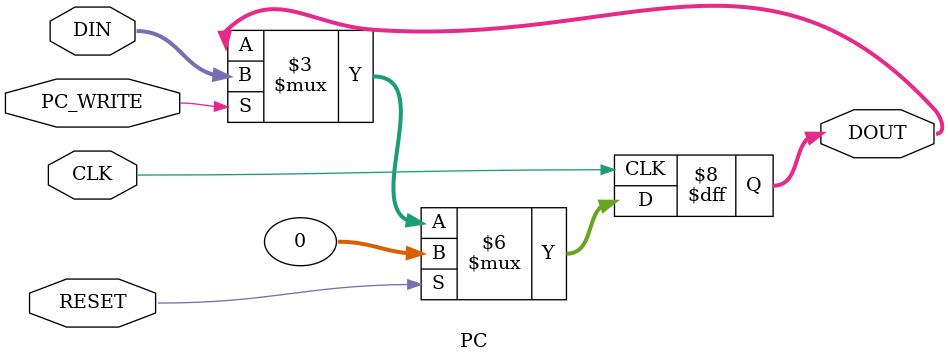
<source format=sv>
`timescale 1ns / 1ps

module PC(
    input [31:0] DIN,
    input PC_WRITE, RESET, CLK,
    output logic [31:0] DOUT = 0
);

always_ff @(posedge CLK)
begin
    if (RESET)
        DOUT <= 0;
    else if(PC_WRITE)
        DOUT <= DIN;
end
endmodule
</source>
